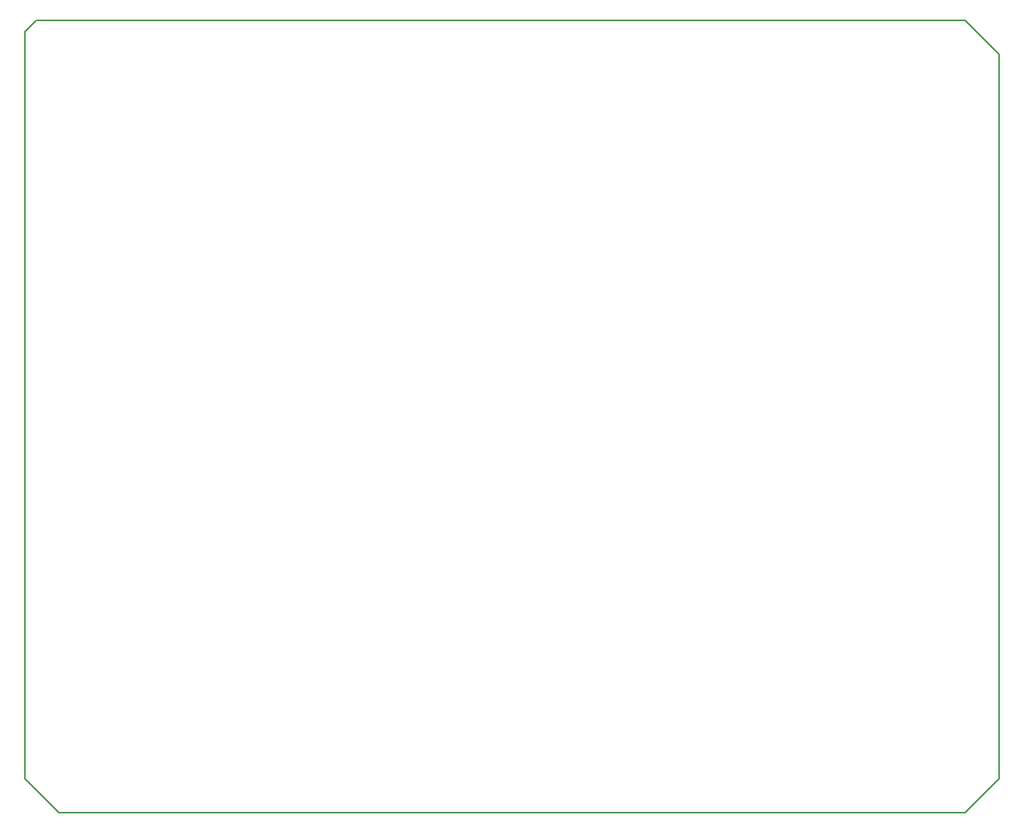
<source format=gm1>
G04 #@! TF.FileFunction,Profile,NP*
%FSLAX46Y46*%
G04 Gerber Fmt 4.6, Leading zero omitted, Abs format (unit mm)*
G04 Created by KiCad (PCBNEW 4.0.6) date Sun Sep 17 22:44:25 2017*
%MOMM*%
%LPD*%
G01*
G04 APERTURE LIST*
%ADD10C,0.100000*%
%ADD11C,0.150000*%
G04 APERTURE END LIST*
D10*
D11*
X209550000Y-60960000D02*
X213360000Y-64770000D01*
X105410000Y-60960000D02*
X107950000Y-60960000D01*
X104140000Y-62230000D02*
X105410000Y-60960000D01*
X104140000Y-64770000D02*
X104140000Y-62230000D01*
X209550000Y-149860000D02*
X208280000Y-149860000D01*
X213360000Y-146050000D02*
X209550000Y-149860000D01*
X213360000Y-64770000D02*
X213360000Y-146050000D01*
X208280000Y-60960000D02*
X209550000Y-60960000D01*
X107950000Y-149860000D02*
X208280000Y-149860000D01*
X104140000Y-146050000D02*
X107950000Y-149860000D01*
X104140000Y-64770000D02*
X104140000Y-146050000D01*
X208280000Y-60960000D02*
X107950000Y-60960000D01*
M02*

</source>
